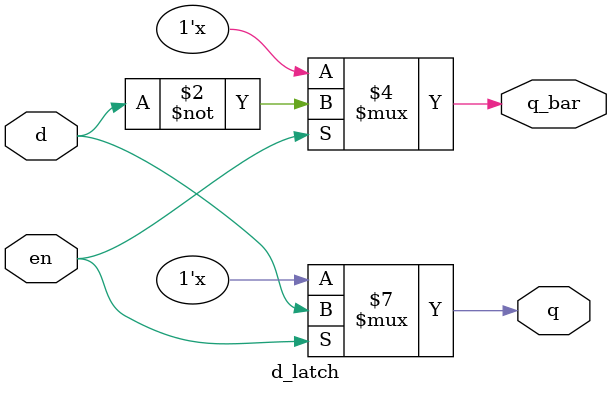
<source format=v>
`timescale 1ns / 1ps


module d_latch(d,en,q,q_bar);
input wire d;
input wire en;
output reg q,q_bar;
always@(*) begin
if(en) begin
 q=d;
 q_bar=~q;
 end
 end
 
endmodule

</source>
